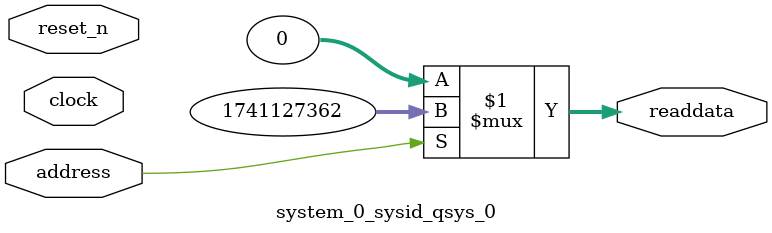
<source format=v>

`timescale 1ns / 1ps
// synthesis translate_on

// turn off superfluous verilog processor warnings 
// altera message_level Level1 
// altera message_off 10034 10035 10036 10037 10230 10240 10030 

module system_0_sysid_qsys_0 (
               // inputs:
                address,
                clock,
                reset_n,

               // outputs:
                readdata
             )
;

  output  [ 31: 0] readdata;
  input            address;
  input            clock;
  input            reset_n;

  wire    [ 31: 0] readdata;
  //control_slave, which is an e_avalon_slave
  assign readdata = address ? 1741127362 : 0;

endmodule




</source>
